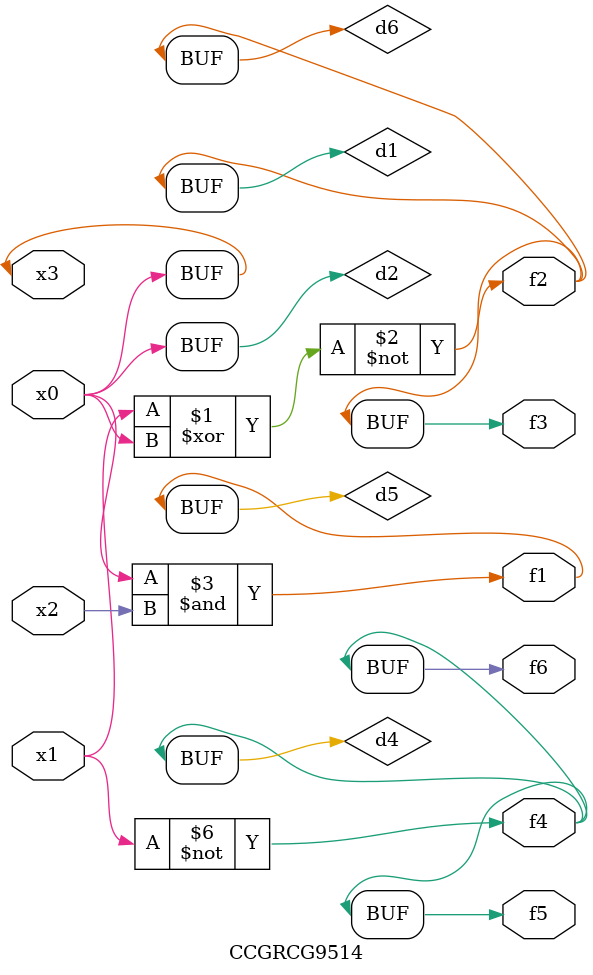
<source format=v>
module CCGRCG9514(
	input x0, x1, x2, x3,
	output f1, f2, f3, f4, f5, f6
);

	wire d1, d2, d3, d4, d5, d6;

	xnor (d1, x1, x3);
	buf (d2, x0, x3);
	nand (d3, x0, x2);
	not (d4, x1);
	nand (d5, d3);
	or (d6, d1);
	assign f1 = d5;
	assign f2 = d6;
	assign f3 = d6;
	assign f4 = d4;
	assign f5 = d4;
	assign f6 = d4;
endmodule

</source>
